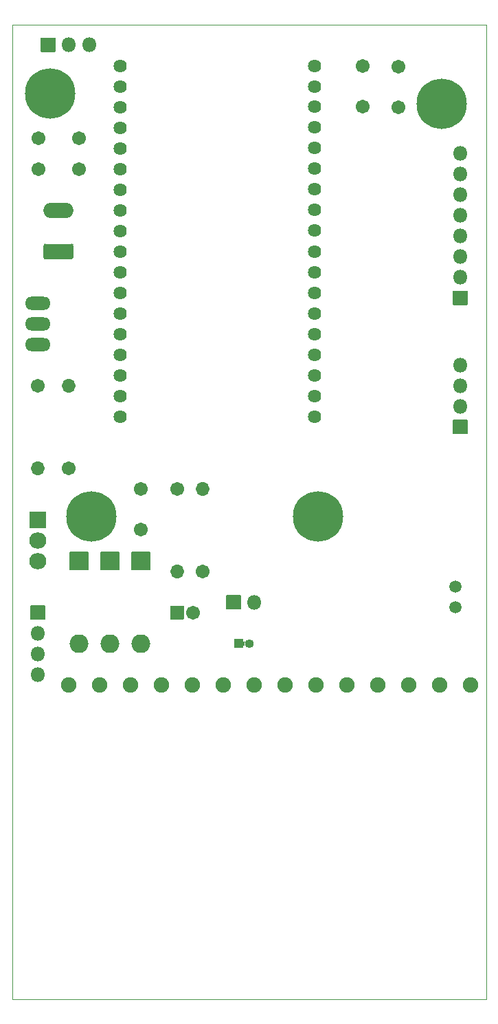
<source format=gbr>
%TF.GenerationSoftware,KiCad,Pcbnew,(5.1.9)-1*%
%TF.CreationDate,2021-03-10T14:32:31-04:00*%
%TF.ProjectId,placa_manutencao_preventiva,706c6163-615f-46d6-916e-7574656e6361,rev?*%
%TF.SameCoordinates,Original*%
%TF.FileFunction,Soldermask,Top*%
%TF.FilePolarity,Negative*%
%FSLAX46Y46*%
G04 Gerber Fmt 4.6, Leading zero omitted, Abs format (unit mm)*
G04 Created by KiCad (PCBNEW (5.1.9)-1) date 2021-03-10 14:32:32*
%MOMM*%
%LPD*%
G01*
G04 APERTURE LIST*
%TA.AperFunction,Profile*%
%ADD10C,0.050000*%
%TD*%
%ADD11O,1.802000X1.802000*%
%ADD12O,2.302000X2.302000*%
%ADD13C,6.200000*%
%ADD14O,3.702000X1.902000*%
%ADD15O,3.150000X1.626000*%
%ADD16O,1.702000X1.702000*%
%ADD17C,1.702000*%
%ADD18C,1.626000*%
%ADD19C,1.502000*%
%ADD20O,2.102000X2.007000*%
%ADD21O,1.102000X1.102000*%
%ADD22C,1.902000*%
%ADD23C,0.100000*%
G04 APERTURE END LIST*
D10*
X77800200Y-14986000D02*
X136220200Y-14986000D01*
X77800200Y-14986000D02*
X77800200Y-135001000D01*
X136220200Y-135001000D02*
X136220200Y-14986000D01*
X77800200Y-135001000D02*
X136220200Y-135001000D01*
X77800200Y-14986000D02*
X136220200Y-14986000D01*
X77800200Y-14986000D02*
X77800200Y-135001000D01*
X136220200Y-135001000D02*
X136220200Y-14986000D01*
X77800200Y-135001000D02*
X136220200Y-135001000D01*
%TO.C,J6*%
G36*
G01*
X133946200Y-47791000D02*
X133946200Y-49491000D01*
G75*
G02*
X133895200Y-49542000I-51000J0D01*
G01*
X132195200Y-49542000D01*
G75*
G02*
X132144200Y-49491000I0J51000D01*
G01*
X132144200Y-47791000D01*
G75*
G02*
X132195200Y-47740000I51000J0D01*
G01*
X133895200Y-47740000D01*
G75*
G02*
X133946200Y-47791000I0J-51000D01*
G01*
G37*
D11*
X133045200Y-46101000D03*
X133045200Y-43561000D03*
X133045200Y-41021000D03*
X133045200Y-38481000D03*
X133045200Y-35941000D03*
X133045200Y-33401000D03*
X133045200Y-30861000D03*
%TD*%
D12*
%TO.C,D2*%
X89865200Y-91186000D03*
G36*
G01*
X88765200Y-79875000D02*
X90965200Y-79875000D01*
G75*
G02*
X91016200Y-79926000I0J-51000D01*
G01*
X91016200Y-82126000D01*
G75*
G02*
X90965200Y-82177000I-51000J0D01*
G01*
X88765200Y-82177000D01*
G75*
G02*
X88714200Y-82126000I0J51000D01*
G01*
X88714200Y-79926000D01*
G75*
G02*
X88765200Y-79875000I51000J0D01*
G01*
G37*
%TD*%
D13*
%TO.C, *%
X87566500Y-75526900D03*
X115506500Y-75526900D03*
X130746500Y-24726900D03*
X82486500Y-23456900D03*
%TD*%
%TO.C,J1*%
G36*
G01*
X85102034Y-43877000D02*
X81928366Y-43877000D01*
G75*
G02*
X81664200Y-43612834I0J264166D01*
G01*
X81664200Y-42239166D01*
G75*
G02*
X81928366Y-41975000I264166J0D01*
G01*
X85102034Y-41975000D01*
G75*
G02*
X85366200Y-42239166I0J-264166D01*
G01*
X85366200Y-43612834D01*
G75*
G02*
X85102034Y-43877000I-264166J0D01*
G01*
G37*
D14*
X83515200Y-37846000D03*
%TD*%
%TO.C,J2*%
G36*
G01*
X83095200Y-18376200D02*
X81395200Y-18376200D01*
G75*
G02*
X81344200Y-18325200I0J51000D01*
G01*
X81344200Y-16625200D01*
G75*
G02*
X81395200Y-16574200I51000J0D01*
G01*
X83095200Y-16574200D01*
G75*
G02*
X83146200Y-16625200I0J-51000D01*
G01*
X83146200Y-18325200D01*
G75*
G02*
X83095200Y-18376200I-51000J0D01*
G01*
G37*
D11*
X84785200Y-17475200D03*
X87325200Y-17475200D03*
%TD*%
%TO.C,J5*%
G36*
G01*
X105955200Y-87007000D02*
X104255200Y-87007000D01*
G75*
G02*
X104204200Y-86956000I0J51000D01*
G01*
X104204200Y-85256000D01*
G75*
G02*
X104255200Y-85205000I51000J0D01*
G01*
X105955200Y-85205000D01*
G75*
G02*
X106006200Y-85256000I0J-51000D01*
G01*
X106006200Y-86956000D01*
G75*
G02*
X105955200Y-87007000I-51000J0D01*
G01*
G37*
X107645200Y-86106000D03*
%TD*%
%TO.C,J7*%
G36*
G01*
X133946200Y-63666000D02*
X133946200Y-65366000D01*
G75*
G02*
X133895200Y-65417000I-51000J0D01*
G01*
X132195200Y-65417000D01*
G75*
G02*
X132144200Y-65366000I0J51000D01*
G01*
X132144200Y-63666000D01*
G75*
G02*
X132195200Y-63615000I51000J0D01*
G01*
X133895200Y-63615000D01*
G75*
G02*
X133946200Y-63666000I0J-51000D01*
G01*
G37*
X133045200Y-61976000D03*
X133045200Y-59436000D03*
X133045200Y-56896000D03*
%TD*%
D15*
%TO.C,Q2*%
X80975200Y-49276000D03*
X80975200Y-51816000D03*
X80975200Y-54356000D03*
%TD*%
D16*
%TO.C,R2*%
X80975200Y-69596000D03*
D17*
X80975200Y-59436000D03*
%TD*%
%TO.C,R3*%
X84785200Y-69596000D03*
D16*
X84785200Y-59436000D03*
%TD*%
%TO.C,R4*%
X101295200Y-72136000D03*
D17*
X101295200Y-82296000D03*
%TD*%
%TO.C,R5*%
X98120200Y-72136000D03*
D16*
X98120200Y-82296000D03*
%TD*%
D18*
%TO.C,U1*%
X91135200Y-20066000D03*
X91135200Y-22606000D03*
X91135200Y-25146000D03*
X91135200Y-27686000D03*
X91135200Y-30226000D03*
X91135200Y-32766000D03*
X91135200Y-35306000D03*
X91135200Y-37846000D03*
X91135200Y-40386000D03*
X91135200Y-42926000D03*
X91135200Y-45466000D03*
X91135200Y-48006000D03*
X91135200Y-50546000D03*
X91135200Y-53086000D03*
X91135200Y-55626000D03*
X91135200Y-58166000D03*
X91135200Y-60706000D03*
X91135200Y-63246000D03*
X115074700Y-63246000D03*
X115074700Y-60706000D03*
X115074700Y-58166000D03*
X115074700Y-55626000D03*
X115074700Y-53086000D03*
X115074700Y-50546000D03*
X115074700Y-48006000D03*
X115074700Y-45466000D03*
X115074700Y-42926000D03*
X115074700Y-40322500D03*
X115074700Y-37782500D03*
X115074700Y-35242500D03*
X115074700Y-32702500D03*
X115074700Y-30162500D03*
X115074700Y-27622500D03*
X115074700Y-25082500D03*
X115074700Y-22606000D03*
X115074700Y-20066000D03*
%TD*%
D19*
%TO.C,J3*%
X132410200Y-84201000D03*
X132410200Y-86741000D03*
%TD*%
%TO.C,C1*%
G36*
G01*
X97269200Y-88176000D02*
X97269200Y-86576000D01*
G75*
G02*
X97320200Y-86525000I51000J0D01*
G01*
X98920200Y-86525000D01*
G75*
G02*
X98971200Y-86576000I0J-51000D01*
G01*
X98971200Y-88176000D01*
G75*
G02*
X98920200Y-88227000I-51000J0D01*
G01*
X97320200Y-88227000D01*
G75*
G02*
X97269200Y-88176000I0J51000D01*
G01*
G37*
D17*
X100120200Y-87376000D03*
%TD*%
%TO.C,D1*%
G36*
G01*
X92575200Y-79875000D02*
X94775200Y-79875000D01*
G75*
G02*
X94826200Y-79926000I0J-51000D01*
G01*
X94826200Y-82126000D01*
G75*
G02*
X94775200Y-82177000I-51000J0D01*
G01*
X92575200Y-82177000D01*
G75*
G02*
X92524200Y-82126000I0J51000D01*
G01*
X92524200Y-79926000D01*
G75*
G02*
X92575200Y-79875000I51000J0D01*
G01*
G37*
D12*
X93675200Y-91186000D03*
%TD*%
%TO.C,D3*%
G36*
G01*
X84955200Y-79875000D02*
X87155200Y-79875000D01*
G75*
G02*
X87206200Y-79926000I0J-51000D01*
G01*
X87206200Y-82126000D01*
G75*
G02*
X87155200Y-82177000I-51000J0D01*
G01*
X84955200Y-82177000D01*
G75*
G02*
X84904200Y-82126000I0J51000D01*
G01*
X84904200Y-79926000D01*
G75*
G02*
X84955200Y-79875000I51000J0D01*
G01*
G37*
X86055200Y-91186000D03*
%TD*%
D11*
%TO.C,J8*%
X80975200Y-94996000D03*
X80975200Y-92456000D03*
X80975200Y-89916000D03*
G36*
G01*
X80074200Y-88226000D02*
X80074200Y-86526000D01*
G75*
G02*
X80125200Y-86475000I51000J0D01*
G01*
X81825200Y-86475000D01*
G75*
G02*
X81876200Y-86526000I0J-51000D01*
G01*
X81876200Y-88226000D01*
G75*
G02*
X81825200Y-88277000I-51000J0D01*
G01*
X80125200Y-88277000D01*
G75*
G02*
X80074200Y-88226000I0J51000D01*
G01*
G37*
%TD*%
%TO.C,U2*%
G36*
G01*
X79975200Y-74993300D02*
X81975200Y-74993300D01*
G75*
G02*
X82026200Y-75044300I0J-51000D01*
G01*
X82026200Y-76949300D01*
G75*
G02*
X81975200Y-77000300I-51000J0D01*
G01*
X79975200Y-77000300D01*
G75*
G02*
X79924200Y-76949300I0J51000D01*
G01*
X79924200Y-75044300D01*
G75*
G02*
X79975200Y-74993300I51000J0D01*
G01*
G37*
D20*
X80975200Y-78536800D03*
X80975200Y-81076800D03*
%TD*%
%TO.C,J4*%
G36*
G01*
X106240200Y-91737000D02*
X105240200Y-91737000D01*
G75*
G02*
X105189200Y-91686000I0J51000D01*
G01*
X105189200Y-90686000D01*
G75*
G02*
X105240200Y-90635000I51000J0D01*
G01*
X106240200Y-90635000D01*
G75*
G02*
X106291200Y-90686000I0J-51000D01*
G01*
X106291200Y-91686000D01*
G75*
G02*
X106240200Y-91737000I-51000J0D01*
G01*
G37*
D21*
X107010200Y-91186000D03*
%TD*%
D17*
%TO.C,C2*%
X93675200Y-72136000D03*
X93675200Y-77136000D03*
%TD*%
%TO.C,C4*%
X81055200Y-28956000D03*
X86055200Y-28956000D03*
%TD*%
%TO.C,C5*%
X120980200Y-25066000D03*
X120980200Y-20066000D03*
%TD*%
%TO.C,C6*%
X125425200Y-20146000D03*
X125425200Y-25146000D03*
%TD*%
%TO.C,C7*%
X86055200Y-32766000D03*
X81055200Y-32766000D03*
%TD*%
D22*
%TO.C,J12*%
X84785200Y-96266000D03*
%TD*%
%TO.C,J13*%
X88595200Y-96266000D03*
%TD*%
%TO.C,J14*%
X92405200Y-96266000D03*
%TD*%
%TO.C,J15*%
X96215200Y-96266000D03*
%TD*%
%TO.C,J16*%
X100025200Y-96266000D03*
%TD*%
%TO.C,J17*%
X103835200Y-96266000D03*
%TD*%
%TO.C,J18*%
X107645200Y-96266000D03*
%TD*%
%TO.C,J19*%
X111455200Y-96266000D03*
%TD*%
%TO.C,J20*%
X115265200Y-96266000D03*
%TD*%
%TO.C,J21*%
X119075200Y-96266000D03*
%TD*%
%TO.C,J22*%
X122885200Y-96266000D03*
%TD*%
%TO.C,J23*%
X126695200Y-96266000D03*
%TD*%
%TO.C,J24*%
X130505200Y-96266000D03*
%TD*%
%TO.C,J25*%
X134315200Y-96266000D03*
%TD*%
D23*
G36*
X106293190Y-90863882D02*
G01*
X106295572Y-90888069D01*
X106302572Y-90911144D01*
X106313937Y-90932408D01*
X106329232Y-90951045D01*
X106347869Y-90966340D01*
X106369133Y-90977705D01*
X106392208Y-90984705D01*
X106416199Y-90987068D01*
X106440190Y-90984705D01*
X106463265Y-90977705D01*
X106484529Y-90966340D01*
X106503166Y-90951045D01*
X106518524Y-90932330D01*
X106521416Y-90928002D01*
X106523210Y-90927117D01*
X106524873Y-90928228D01*
X106524927Y-90929878D01*
X106484850Y-91026635D01*
X106463853Y-91132192D01*
X106463853Y-91239808D01*
X106484850Y-91345365D01*
X106524927Y-91442122D01*
X106524666Y-91444105D01*
X106522818Y-91444870D01*
X106521416Y-91443998D01*
X106518524Y-91439670D01*
X106503165Y-91420955D01*
X106484528Y-91405660D01*
X106463265Y-91394295D01*
X106440190Y-91387295D01*
X106416198Y-91384932D01*
X106392207Y-91387295D01*
X106369132Y-91394295D01*
X106347869Y-91405660D01*
X106329232Y-91420956D01*
X106313937Y-91439593D01*
X106302572Y-91460856D01*
X106295572Y-91483931D01*
X106293190Y-91508118D01*
X106292025Y-91509744D01*
X106290035Y-91509548D01*
X106289200Y-91507922D01*
X106289200Y-90864078D01*
X106290200Y-90862346D01*
X106292200Y-90862346D01*
X106293190Y-90863882D01*
G37*
G36*
X81666190Y-43612638D02*
G01*
X81671246Y-43663975D01*
X81686165Y-43713157D01*
X81710391Y-43758481D01*
X81742993Y-43798207D01*
X81782719Y-43830809D01*
X81828043Y-43855035D01*
X81877225Y-43869954D01*
X81928562Y-43875010D01*
X81930188Y-43876175D01*
X81929992Y-43878165D01*
X81928366Y-43879000D01*
X81844229Y-43879000D01*
X81844033Y-43878990D01*
X81804089Y-43875056D01*
X81803704Y-43874980D01*
X81771195Y-43865119D01*
X81770833Y-43864969D01*
X81740875Y-43848955D01*
X81740549Y-43848737D01*
X81714290Y-43827187D01*
X81714013Y-43826910D01*
X81692463Y-43800651D01*
X81692245Y-43800325D01*
X81676231Y-43770367D01*
X81676081Y-43770005D01*
X81666220Y-43737496D01*
X81666144Y-43737111D01*
X81662210Y-43697167D01*
X81662200Y-43696971D01*
X81662200Y-43612834D01*
X81663200Y-43611102D01*
X81665200Y-43611102D01*
X81666190Y-43612638D01*
G37*
G36*
X85367365Y-43611208D02*
G01*
X85368200Y-43612834D01*
X85368200Y-43696971D01*
X85368190Y-43697167D01*
X85364256Y-43737111D01*
X85364180Y-43737496D01*
X85354319Y-43770005D01*
X85354169Y-43770367D01*
X85338155Y-43800325D01*
X85337937Y-43800651D01*
X85316387Y-43826910D01*
X85316110Y-43827187D01*
X85289851Y-43848737D01*
X85289525Y-43848955D01*
X85259567Y-43864969D01*
X85259205Y-43865119D01*
X85226696Y-43874980D01*
X85226311Y-43875056D01*
X85186367Y-43878990D01*
X85186171Y-43879000D01*
X85102034Y-43879000D01*
X85100302Y-43878000D01*
X85100302Y-43876000D01*
X85101838Y-43875010D01*
X85153175Y-43869954D01*
X85202357Y-43855035D01*
X85247681Y-43830809D01*
X85287407Y-43798207D01*
X85320009Y-43758481D01*
X85344235Y-43713157D01*
X85359154Y-43663975D01*
X85364210Y-43612638D01*
X85365375Y-43611012D01*
X85367365Y-43611208D01*
G37*
G36*
X81930098Y-41974000D02*
G01*
X81930098Y-41976000D01*
X81928562Y-41976990D01*
X81877225Y-41982046D01*
X81828043Y-41996965D01*
X81782719Y-42021191D01*
X81742993Y-42053793D01*
X81710391Y-42093519D01*
X81686165Y-42138843D01*
X81671246Y-42188025D01*
X81666190Y-42239362D01*
X81665025Y-42240988D01*
X81663035Y-42240792D01*
X81662200Y-42239166D01*
X81662200Y-42155029D01*
X81662210Y-42154833D01*
X81666144Y-42114889D01*
X81666220Y-42114504D01*
X81676081Y-42081995D01*
X81676231Y-42081633D01*
X81692245Y-42051675D01*
X81692463Y-42051349D01*
X81714013Y-42025090D01*
X81714290Y-42024813D01*
X81740549Y-42003263D01*
X81740875Y-42003045D01*
X81770833Y-41987031D01*
X81771195Y-41986881D01*
X81803704Y-41977020D01*
X81804089Y-41976944D01*
X81844033Y-41973010D01*
X81844229Y-41973000D01*
X81928366Y-41973000D01*
X81930098Y-41974000D01*
G37*
G36*
X85186367Y-41973010D02*
G01*
X85226311Y-41976944D01*
X85226696Y-41977020D01*
X85259205Y-41986881D01*
X85259567Y-41987031D01*
X85289525Y-42003045D01*
X85289851Y-42003263D01*
X85316110Y-42024813D01*
X85316387Y-42025090D01*
X85337937Y-42051349D01*
X85338155Y-42051675D01*
X85354169Y-42081633D01*
X85354319Y-42081995D01*
X85364180Y-42114504D01*
X85364256Y-42114889D01*
X85368190Y-42154833D01*
X85368200Y-42155029D01*
X85368200Y-42239166D01*
X85367200Y-42240898D01*
X85365200Y-42240898D01*
X85364210Y-42239362D01*
X85359154Y-42188025D01*
X85344235Y-42138843D01*
X85320009Y-42093519D01*
X85287407Y-42053793D01*
X85247681Y-42021191D01*
X85202357Y-41996965D01*
X85153175Y-41982046D01*
X85101838Y-41976990D01*
X85100212Y-41975825D01*
X85100408Y-41973835D01*
X85102034Y-41973000D01*
X85186171Y-41973000D01*
X85186367Y-41973010D01*
G37*
M02*

</source>
